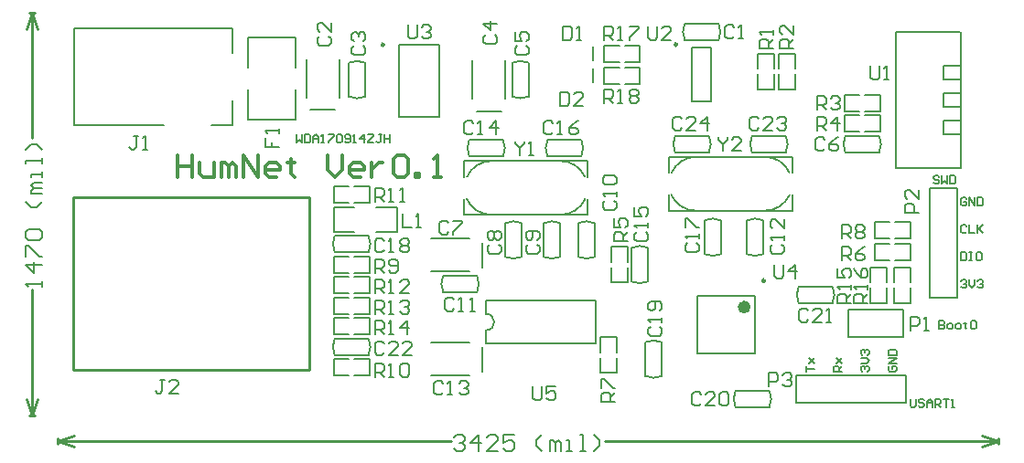
<source format=gto>
%FSLAX25Y25*%
%MOIN*%
G70*
G01*
G75*
%ADD10C,0.02000*%
%ADD11R,0.04331X0.03937*%
%ADD12R,0.05118X0.05906*%
%ADD13R,0.09843X0.07087*%
%ADD14R,0.03937X0.04331*%
%ADD15R,0.07087X0.09843*%
%ADD16R,0.14173X0.09843*%
%ADD17R,0.06000X0.06000*%
%ADD18O,0.08661X0.02362*%
%ADD19R,0.06102X0.13583*%
%ADD20R,0.06102X0.04331*%
%ADD21R,0.06102X0.04331*%
%ADD22O,0.08268X0.01181*%
%ADD23O,0.01181X0.08268*%
%ADD24R,0.01496X0.08661*%
%ADD25O,0.17323X0.05906*%
%ADD26C,0.01500*%
%ADD27C,0.01000*%
%ADD28C,0.00800*%
%ADD29C,0.05000*%
%ADD30C,0.05118*%
%ADD31R,0.05906X0.05906*%
%ADD32C,0.05906*%
%ADD33O,0.17716X0.07874*%
%ADD34O,0.07874X0.17716*%
%ADD35C,0.05906*%
%ADD36C,0.06000*%
%ADD37C,0.06693*%
%ADD38R,0.05906X0.05906*%
%ADD39C,0.05000*%
%ADD40C,0.04000*%
%ADD41C,0.00787*%
%ADD42C,0.00984*%
%ADD43C,0.02362*%
%ADD44C,0.00600*%
%ADD45C,0.01200*%
D27*
X116500Y432496D02*
X202500D01*
X116500Y369504D02*
X202500D01*
Y401000D02*
Y432496D01*
Y369504D02*
Y401000D01*
X116500Y369504D02*
Y401000D01*
Y432496D01*
X101500Y353000D02*
Y398908D01*
Y454092D02*
Y500000D01*
X99500Y359000D02*
X101500Y353000D01*
X103500Y359000D01*
X99500Y494000D02*
X101500Y500000D01*
X103500Y494000D01*
X100500Y353000D02*
X102500D01*
X100500Y500000D02*
X102500D01*
X111000Y343500D02*
X254159D01*
X310341D02*
X453500D01*
X111000D02*
X117000Y345500D01*
X111000Y343500D02*
X117000Y341500D01*
X447500Y345500D02*
X453500Y343500D01*
X447500Y341500D02*
X453500Y343500D01*
X111000Y342500D02*
Y344500D01*
X453500Y342500D02*
Y344500D01*
D28*
X266921Y384000D02*
G03*
X266921Y390000I0J3000D01*
G01*
X426000Y443157D02*
X439622D01*
X416157D02*
X426000D01*
Y492842D02*
X439622D01*
X439780Y443157D02*
Y483000D01*
Y492842D01*
X416157Y443157D02*
Y483000D01*
Y492842D01*
X426000D01*
X433500Y455500D02*
X439780D01*
X433500D02*
Y460500D01*
X439780D01*
X433500Y465500D02*
X439780D01*
X433500D02*
Y470500D01*
X439780D01*
X433500Y475500D02*
X439780D01*
X433500D02*
Y480500D01*
X439780D01*
X266921Y379126D02*
Y384000D01*
Y390000D02*
Y394874D01*
X407000Y480498D02*
Y476333D01*
X407833Y475500D01*
X409499D01*
X410332Y476333D01*
Y480498D01*
X411998Y475500D02*
X413664D01*
X412831D01*
Y480498D01*
X411998Y479665D01*
X396500Y409500D02*
Y414498D01*
X398999D01*
X399832Y413665D01*
Y411999D01*
X398999Y411166D01*
X396500D01*
X398166D02*
X399832Y409500D01*
X404831Y414498D02*
X403164Y413665D01*
X401498Y411999D01*
Y410333D01*
X402331Y409500D01*
X403998D01*
X404831Y410333D01*
Y411166D01*
X403998Y411999D01*
X401498D01*
X396500Y417500D02*
Y422498D01*
X398999D01*
X399832Y421665D01*
Y419999D01*
X398999Y419166D01*
X396500D01*
X398166D02*
X399832Y417500D01*
X401498Y421665D02*
X402331Y422498D01*
X403998D01*
X404831Y421665D01*
Y420832D01*
X403998Y419999D01*
X404831Y419166D01*
Y418333D01*
X403998Y417500D01*
X402331D01*
X401498Y418333D01*
Y419166D01*
X402331Y419999D01*
X401498Y420832D01*
Y421665D01*
X402331Y419999D02*
X403998D01*
X310000Y467000D02*
Y471998D01*
X312499D01*
X313332Y471165D01*
Y469499D01*
X312499Y468666D01*
X310000D01*
X311666D02*
X313332Y467000D01*
X314998D02*
X316665D01*
X315831D01*
Y471998D01*
X314998Y471165D01*
X319164D02*
X319997Y471998D01*
X321663D01*
X322496Y471165D01*
Y470332D01*
X321663Y469499D01*
X322496Y468666D01*
Y467833D01*
X321663Y467000D01*
X319997D01*
X319164Y467833D01*
Y468666D01*
X319997Y469499D01*
X319164Y470332D01*
Y471165D01*
X319997Y469499D02*
X321663D01*
X310000Y490000D02*
Y494998D01*
X312499D01*
X313332Y494165D01*
Y492499D01*
X312499Y491666D01*
X310000D01*
X311666D02*
X313332Y490000D01*
X314998D02*
X316665D01*
X315831D01*
Y494998D01*
X314998Y494165D01*
X319164Y494998D02*
X322496D01*
Y494165D01*
X319164Y490833D01*
Y490000D01*
X370000Y363500D02*
Y368498D01*
X372499D01*
X373332Y367665D01*
Y365999D01*
X372499Y365166D01*
X370000D01*
X374998Y367665D02*
X375831Y368498D01*
X377498D01*
X378331Y367665D01*
Y366832D01*
X377498Y365999D01*
X376664D01*
X377498D01*
X378331Y365166D01*
Y364333D01*
X377498Y363500D01*
X375831D01*
X374998Y364333D01*
X294000Y470998D02*
Y466000D01*
X296499D01*
X297332Y466833D01*
Y470165D01*
X296499Y470998D01*
X294000D01*
X302331Y466000D02*
X298998D01*
X302331Y469332D01*
Y470165D01*
X301498Y470998D01*
X299831D01*
X298998Y470165D01*
X295000Y494998D02*
Y490000D01*
X297499D01*
X298332Y490833D01*
Y494165D01*
X297499Y494998D01*
X295000D01*
X299998Y490000D02*
X301664D01*
X300831D01*
Y494998D01*
X299998Y494165D01*
X357332Y494665D02*
X356499Y495498D01*
X354833D01*
X354000Y494665D01*
Y491333D01*
X354833Y490500D01*
X356499D01*
X357332Y491333D01*
X358998Y490500D02*
X360665D01*
X359831D01*
Y495498D01*
X358998Y494665D01*
X206335Y491332D02*
X205502Y490499D01*
Y488833D01*
X206335Y488000D01*
X209667D01*
X210500Y488833D01*
Y490499D01*
X209667Y491332D01*
X210500Y496331D02*
Y492998D01*
X207168Y496331D01*
X206335D01*
X205502Y495498D01*
Y493831D01*
X206335Y492998D01*
X218835Y487832D02*
X218002Y486999D01*
Y485333D01*
X218835Y484500D01*
X222167D01*
X223000Y485333D01*
Y486999D01*
X222167Y487832D01*
X218835Y489498D02*
X218002Y490331D01*
Y491998D01*
X218835Y492831D01*
X219668D01*
X220501Y491998D01*
Y491164D01*
Y491998D01*
X221334Y492831D01*
X222167D01*
X223000Y491998D01*
Y490331D01*
X222167Y489498D01*
X266835Y491832D02*
X266002Y490999D01*
Y489333D01*
X266835Y488500D01*
X270167D01*
X271000Y489333D01*
Y490999D01*
X270167Y491832D01*
X271000Y495998D02*
X266002D01*
X268501Y493498D01*
Y496831D01*
X278335Y487832D02*
X277502Y486999D01*
Y485333D01*
X278335Y484500D01*
X281667D01*
X282500Y485333D01*
Y486999D01*
X281667Y487832D01*
X277502Y492831D02*
Y489498D01*
X280001D01*
X279168Y491164D01*
Y491998D01*
X280001Y492831D01*
X281667D01*
X282500Y491998D01*
Y490331D01*
X281667Y489498D01*
X390332Y453665D02*
X389499Y454498D01*
X387833D01*
X387000Y453665D01*
Y450333D01*
X387833Y449500D01*
X389499D01*
X390332Y450333D01*
X395331Y454498D02*
X393665Y453665D01*
X391998Y451999D01*
Y450333D01*
X392831Y449500D01*
X394498D01*
X395331Y450333D01*
Y451166D01*
X394498Y451999D01*
X391998D01*
X253332Y423165D02*
X252499Y423998D01*
X250833D01*
X250000Y423165D01*
Y419833D01*
X250833Y419000D01*
X252499D01*
X253332Y419833D01*
X254998Y423998D02*
X258331D01*
Y423165D01*
X254998Y419833D01*
Y419000D01*
X268335Y415332D02*
X267502Y414499D01*
Y412833D01*
X268335Y412000D01*
X271667D01*
X272500Y412833D01*
Y414499D01*
X271667Y415332D01*
X268335Y416998D02*
X267502Y417831D01*
Y419498D01*
X268335Y420331D01*
X269168D01*
X270001Y419498D01*
X270834Y420331D01*
X271667D01*
X272500Y419498D01*
Y417831D01*
X271667Y416998D01*
X270834D01*
X270001Y417831D01*
X269168Y416998D01*
X268335D01*
X270001Y417831D02*
Y419498D01*
X282335Y415332D02*
X281502Y414499D01*
Y412833D01*
X282335Y412000D01*
X285667D01*
X286500Y412833D01*
Y414499D01*
X285667Y415332D01*
Y416998D02*
X286500Y417831D01*
Y419498D01*
X285667Y420331D01*
X282335D01*
X281502Y419498D01*
Y417831D01*
X282335Y416998D01*
X283168D01*
X284001Y417831D01*
Y420331D01*
X310335Y431332D02*
X309502Y430499D01*
Y428833D01*
X310335Y428000D01*
X313667D01*
X314500Y428833D01*
Y430499D01*
X313667Y431332D01*
X314500Y432998D02*
Y434664D01*
Y433831D01*
X309502D01*
X310335Y432998D01*
Y437164D02*
X309502Y437997D01*
Y439663D01*
X310335Y440496D01*
X313667D01*
X314500Y439663D01*
Y437997D01*
X313667Y437164D01*
X310335D01*
X255332Y395165D02*
X254499Y395998D01*
X252833D01*
X252000Y395165D01*
Y391833D01*
X252833Y391000D01*
X254499D01*
X255332Y391833D01*
X256998Y391000D02*
X258664D01*
X257831D01*
Y395998D01*
X256998Y395165D01*
X261164Y391000D02*
X262830D01*
X261997D01*
Y395998D01*
X261164Y395165D01*
X371335Y415332D02*
X370502Y414499D01*
Y412833D01*
X371335Y412000D01*
X374667D01*
X375500Y412833D01*
Y414499D01*
X374667Y415332D01*
X375500Y416998D02*
Y418665D01*
Y417831D01*
X370502D01*
X371335Y416998D01*
X375500Y424496D02*
Y421164D01*
X372168Y424496D01*
X371335D01*
X370502Y423663D01*
Y421997D01*
X371335Y421164D01*
X251332Y364665D02*
X250499Y365498D01*
X248833D01*
X248000Y364665D01*
Y361333D01*
X248833Y360500D01*
X250499D01*
X251332Y361333D01*
X252998Y360500D02*
X254664D01*
X253831D01*
Y365498D01*
X252998Y364665D01*
X257164D02*
X257997Y365498D01*
X259663D01*
X260496Y364665D01*
Y363832D01*
X259663Y362999D01*
X258830D01*
X259663D01*
X260496Y362166D01*
Y361333D01*
X259663Y360500D01*
X257997D01*
X257164Y361333D01*
X262332Y459665D02*
X261499Y460498D01*
X259833D01*
X259000Y459665D01*
Y456333D01*
X259833Y455500D01*
X261499D01*
X262332Y456333D01*
X263998Y455500D02*
X265665D01*
X264831D01*
Y460498D01*
X263998Y459665D01*
X270663Y455500D02*
Y460498D01*
X268164Y457999D01*
X271496D01*
X321835Y419832D02*
X321002Y418999D01*
Y417333D01*
X321835Y416500D01*
X325167D01*
X326000Y417333D01*
Y418999D01*
X325167Y419832D01*
X326000Y421498D02*
Y423165D01*
Y422331D01*
X321002D01*
X321835Y421498D01*
X321002Y428996D02*
Y425664D01*
X323501D01*
X322668Y427330D01*
Y428163D01*
X323501Y428996D01*
X325167D01*
X326000Y428163D01*
Y426497D01*
X325167Y425664D01*
X291332Y459665D02*
X290499Y460498D01*
X288833D01*
X288000Y459665D01*
Y456333D01*
X288833Y455500D01*
X290499D01*
X291332Y456333D01*
X292998Y455500D02*
X294665D01*
X293831D01*
Y460498D01*
X292998Y459665D01*
X300496Y460498D02*
X298830Y459665D01*
X297164Y457999D01*
Y456333D01*
X297997Y455500D01*
X299663D01*
X300496Y456333D01*
Y457166D01*
X299663Y457999D01*
X297164D01*
X340335Y415832D02*
X339502Y414999D01*
Y413333D01*
X340335Y412500D01*
X343667D01*
X344500Y413333D01*
Y414999D01*
X343667Y415832D01*
X344500Y417498D02*
Y419165D01*
Y418331D01*
X339502D01*
X340335Y417498D01*
X339502Y421664D02*
Y424996D01*
X340335D01*
X343667Y421664D01*
X344500D01*
X229832Y416665D02*
X228999Y417498D01*
X227333D01*
X226500Y416665D01*
Y413333D01*
X227333Y412500D01*
X228999D01*
X229832Y413333D01*
X231498Y412500D02*
X233165D01*
X232331D01*
Y417498D01*
X231498Y416665D01*
X235664D02*
X236497Y417498D01*
X238163D01*
X238996Y416665D01*
Y415832D01*
X238163Y414999D01*
X238996Y414166D01*
Y413333D01*
X238163Y412500D01*
X236497D01*
X235664Y413333D01*
Y414166D01*
X236497Y414999D01*
X235664Y415832D01*
Y416665D01*
X236497Y414999D02*
X238163D01*
X326835Y385332D02*
X326002Y384499D01*
Y382833D01*
X326835Y382000D01*
X330167D01*
X331000Y382833D01*
Y384499D01*
X330167Y385332D01*
X331000Y386998D02*
Y388665D01*
Y387831D01*
X326002D01*
X326835Y386998D01*
X330167Y391164D02*
X331000Y391997D01*
Y393663D01*
X330167Y394496D01*
X326835D01*
X326002Y393663D01*
Y391997D01*
X326835Y391164D01*
X327668D01*
X328501Y391997D01*
Y394496D01*
X345332Y360634D02*
X344499Y361467D01*
X342833D01*
X342000Y360634D01*
Y357302D01*
X342833Y356469D01*
X344499D01*
X345332Y357302D01*
X350331Y356469D02*
X346998D01*
X350331Y359801D01*
Y360634D01*
X349498Y361467D01*
X347831D01*
X346998Y360634D01*
X351997D02*
X352830Y361467D01*
X354496D01*
X355329Y360634D01*
Y357302D01*
X354496Y356469D01*
X352830D01*
X351997Y357302D01*
Y360634D01*
X384332Y391165D02*
X383499Y391998D01*
X381833D01*
X381000Y391165D01*
Y387833D01*
X381833Y387000D01*
X383499D01*
X384332Y387833D01*
X389331Y387000D02*
X385998D01*
X389331Y390332D01*
Y391165D01*
X388498Y391998D01*
X386831D01*
X385998Y391165D01*
X390997Y387000D02*
X392663D01*
X391830D01*
Y391998D01*
X390997Y391165D01*
X229832Y379165D02*
X228999Y379998D01*
X227333D01*
X226500Y379165D01*
Y375833D01*
X227333Y375000D01*
X228999D01*
X229832Y375833D01*
X234831Y375000D02*
X231498D01*
X234831Y378332D01*
Y379165D01*
X233998Y379998D01*
X232331D01*
X231498Y379165D01*
X239829Y375000D02*
X236497D01*
X239829Y378332D01*
Y379165D01*
X238996Y379998D01*
X237330D01*
X236497Y379165D01*
X366332Y461165D02*
X365499Y461998D01*
X363833D01*
X363000Y461165D01*
Y457833D01*
X363833Y457000D01*
X365499D01*
X366332Y457833D01*
X371331Y457000D02*
X367998D01*
X371331Y460332D01*
Y461165D01*
X370498Y461998D01*
X368831D01*
X367998Y461165D01*
X372997D02*
X373830Y461998D01*
X375496D01*
X376329Y461165D01*
Y460332D01*
X375496Y459499D01*
X374663D01*
X375496D01*
X376329Y458666D01*
Y457833D01*
X375496Y457000D01*
X373830D01*
X372997Y457833D01*
X338332Y461165D02*
X337499Y461998D01*
X335833D01*
X335000Y461165D01*
Y457833D01*
X335833Y457000D01*
X337499D01*
X338332Y457833D01*
X343331Y457000D02*
X339998D01*
X343331Y460332D01*
Y461165D01*
X342498Y461998D01*
X340831D01*
X339998Y461165D01*
X347496Y457000D02*
Y461998D01*
X344997Y459499D01*
X348329D01*
X186502Y454332D02*
Y451000D01*
X189001D01*
Y452666D01*
Y451000D01*
X191500D01*
Y455998D02*
Y457664D01*
Y456831D01*
X186502D01*
X187335Y455998D01*
X140332Y454998D02*
X138666D01*
X139499D01*
Y450833D01*
X138666Y450000D01*
X137833D01*
X137000Y450833D01*
X141998Y450000D02*
X143665D01*
X142831D01*
Y454998D01*
X141998Y454165D01*
X149832Y365998D02*
X148166D01*
X148999D01*
Y361833D01*
X148166Y361000D01*
X147333D01*
X146500Y361833D01*
X154831Y361000D02*
X151498D01*
X154831Y364332D01*
Y365165D01*
X153998Y365998D01*
X152331D01*
X151498Y365165D01*
X236500Y426498D02*
Y421500D01*
X239832D01*
X241498D02*
X243164D01*
X242331D01*
Y426498D01*
X241498Y425665D01*
X421500Y384000D02*
Y388998D01*
X423999D01*
X424832Y388165D01*
Y386499D01*
X423999Y385666D01*
X421500D01*
X426498Y384000D02*
X428164D01*
X427331D01*
Y388998D01*
X426498Y388165D01*
X424500Y427000D02*
X419502D01*
Y429499D01*
X420335Y430332D01*
X422001D01*
X422834Y429499D01*
Y427000D01*
X424500Y435331D02*
Y431998D01*
X421168Y435331D01*
X420335D01*
X419502Y434498D01*
Y432831D01*
X420335Y431998D01*
X371500Y487000D02*
X366502D01*
Y489499D01*
X367335Y490332D01*
X369001D01*
X369834Y489499D01*
Y487000D01*
Y488666D02*
X371500Y490332D01*
Y491998D02*
Y493665D01*
Y492831D01*
X366502D01*
X367335Y491998D01*
X379000Y487000D02*
X374002D01*
Y489499D01*
X374835Y490332D01*
X376501D01*
X377334Y489499D01*
Y487000D01*
Y488666D02*
X379000Y490332D01*
Y495331D02*
Y491998D01*
X375668Y495331D01*
X374835D01*
X374002Y494498D01*
Y492831D01*
X374835Y491998D01*
X387500Y464500D02*
Y469498D01*
X389999D01*
X390832Y468665D01*
Y466999D01*
X389999Y466166D01*
X387500D01*
X389166D02*
X390832Y464500D01*
X392498Y468665D02*
X393331Y469498D01*
X394998D01*
X395831Y468665D01*
Y467832D01*
X394998Y466999D01*
X394164D01*
X394998D01*
X395831Y466166D01*
Y465333D01*
X394998Y464500D01*
X393331D01*
X392498Y465333D01*
X387500Y457000D02*
Y461998D01*
X389999D01*
X390832Y461165D01*
Y459499D01*
X389999Y458666D01*
X387500D01*
X389166D02*
X390832Y457000D01*
X394998D02*
Y461998D01*
X392498Y459499D01*
X395831D01*
X318500Y416500D02*
X313502D01*
Y418999D01*
X314335Y419832D01*
X316001D01*
X316834Y418999D01*
Y416500D01*
Y418166D02*
X318500Y419832D01*
X313502Y424831D02*
Y421498D01*
X316001D01*
X315168Y423165D01*
Y423998D01*
X316001Y424831D01*
X317667D01*
X318500Y423998D01*
Y422331D01*
X317667Y421498D01*
X314000Y358000D02*
X309002D01*
Y360499D01*
X309835Y361332D01*
X311501D01*
X312334Y360499D01*
Y358000D01*
Y359666D02*
X314000Y361332D01*
X309002Y362998D02*
Y366331D01*
X309835D01*
X313167Y362998D01*
X314000D01*
X226500Y405000D02*
Y409998D01*
X228999D01*
X229832Y409165D01*
Y407499D01*
X228999Y406666D01*
X226500D01*
X228166D02*
X229832Y405000D01*
X231498Y405833D02*
X232331Y405000D01*
X233998D01*
X234831Y405833D01*
Y409165D01*
X233998Y409998D01*
X232331D01*
X231498Y409165D01*
Y408332D01*
X232331Y407499D01*
X234831D01*
X226500Y367000D02*
Y371998D01*
X228999D01*
X229832Y371165D01*
Y369499D01*
X228999Y368666D01*
X226500D01*
X228166D02*
X229832Y367000D01*
X231498D02*
X233165D01*
X232331D01*
Y371998D01*
X231498Y371165D01*
X235664D02*
X236497Y371998D01*
X238163D01*
X238996Y371165D01*
Y367833D01*
X238163Y367000D01*
X236497D01*
X235664Y367833D01*
Y371165D01*
X226500Y431000D02*
Y435998D01*
X228999D01*
X229832Y435165D01*
Y433499D01*
X228999Y432666D01*
X226500D01*
X228166D02*
X229832Y431000D01*
X231498D02*
X233165D01*
X232331D01*
Y435998D01*
X231498Y435165D01*
X235664Y431000D02*
X237330D01*
X236497D01*
Y435998D01*
X235664Y435165D01*
X226500Y397500D02*
Y402498D01*
X228999D01*
X229832Y401665D01*
Y399999D01*
X228999Y399166D01*
X226500D01*
X228166D02*
X229832Y397500D01*
X231498D02*
X233165D01*
X232331D01*
Y402498D01*
X231498Y401665D01*
X238996Y397500D02*
X235664D01*
X238996Y400832D01*
Y401665D01*
X238163Y402498D01*
X236497D01*
X235664Y401665D01*
X226500Y390000D02*
Y394998D01*
X228999D01*
X229832Y394165D01*
Y392499D01*
X228999Y391666D01*
X226500D01*
X228166D02*
X229832Y390000D01*
X231498D02*
X233165D01*
X232331D01*
Y394998D01*
X231498Y394165D01*
X235664D02*
X236497Y394998D01*
X238163D01*
X238996Y394165D01*
Y393332D01*
X238163Y392499D01*
X237330D01*
X238163D01*
X238996Y391666D01*
Y390833D01*
X238163Y390000D01*
X236497D01*
X235664Y390833D01*
X226500Y382500D02*
Y387498D01*
X228999D01*
X229832Y386665D01*
Y384999D01*
X228999Y384166D01*
X226500D01*
X228166D02*
X229832Y382500D01*
X231498D02*
X233165D01*
X232331D01*
Y387498D01*
X231498Y386665D01*
X238163Y382500D02*
Y387498D01*
X235664Y384999D01*
X238996D01*
X400000Y394000D02*
X395002D01*
Y396499D01*
X395835Y397332D01*
X397501D01*
X398334Y396499D01*
Y394000D01*
Y395666D02*
X400000Y397332D01*
Y398998D02*
Y400665D01*
Y399831D01*
X395002D01*
X395835Y398998D01*
X395002Y406496D02*
Y403164D01*
X397501D01*
X396668Y404830D01*
Y405663D01*
X397501Y406496D01*
X399167D01*
X400000Y405663D01*
Y403997D01*
X399167Y403164D01*
X406000Y394000D02*
X401002D01*
Y396499D01*
X401835Y397332D01*
X403501D01*
X404334Y396499D01*
Y394000D01*
Y395666D02*
X406000Y397332D01*
Y398998D02*
Y400665D01*
Y399831D01*
X401002D01*
X401835Y398998D01*
X401002Y406496D02*
X401835Y404830D01*
X403501Y403164D01*
X405167D01*
X406000Y403997D01*
Y405663D01*
X405167Y406496D01*
X404334D01*
X403501Y405663D01*
Y403164D01*
X326000Y494998D02*
Y490833D01*
X326833Y490000D01*
X328499D01*
X329332Y490833D01*
Y494998D01*
X334331Y490000D02*
X330998D01*
X334331Y493332D01*
Y494165D01*
X333498Y494998D01*
X331831D01*
X330998Y494165D01*
X238500Y495498D02*
Y491333D01*
X239333Y490500D01*
X240999D01*
X241832Y491333D01*
Y495498D01*
X243498Y494665D02*
X244331Y495498D01*
X245998D01*
X246831Y494665D01*
Y493832D01*
X245998Y492999D01*
X245164D01*
X245998D01*
X246831Y492166D01*
Y491333D01*
X245998Y490500D01*
X244331D01*
X243498Y491333D01*
X372000Y407998D02*
Y403833D01*
X372833Y403000D01*
X374499D01*
X375332Y403833D01*
Y407998D01*
X379498Y403000D02*
Y407998D01*
X376998Y405499D01*
X380331D01*
X284000Y363498D02*
Y359333D01*
X284833Y358500D01*
X286499D01*
X287332Y359333D01*
Y363498D01*
X292331D02*
X288998D01*
Y360999D01*
X290665Y361832D01*
X291498D01*
X292331Y360999D01*
Y359333D01*
X291498Y358500D01*
X289831D01*
X288998Y359333D01*
X277500Y452998D02*
Y452165D01*
X279166Y450499D01*
X280832Y452165D01*
Y452998D01*
X279166Y450499D02*
Y448000D01*
X282498D02*
X284165D01*
X283331D01*
Y452998D01*
X282498Y452165D01*
X351500Y454498D02*
Y453665D01*
X353166Y451999D01*
X354832Y453665D01*
Y454498D01*
X353166Y451999D02*
Y449500D01*
X359831D02*
X356498D01*
X359831Y452832D01*
Y453665D01*
X358998Y454498D01*
X357331D01*
X356498Y453665D01*
D41*
X339303Y495864D02*
G03*
X339303Y490136I6387J-2864D01*
G01*
X351697Y490136D02*
G03*
X351697Y495864I-6387J2864D01*
G01*
X222864Y481697D02*
G03*
X217136Y481697I-2864J-6387D01*
G01*
X217136Y469303D02*
G03*
X222864Y469303I2864J6387D01*
G01*
X282364Y481697D02*
G03*
X276636Y481697I-2864J-6387D01*
G01*
X276636Y469303D02*
G03*
X282364Y469303I2864J6387D01*
G01*
X410197Y449136D02*
G03*
X410197Y454864I-6387J2864D01*
G01*
X397803Y454864D02*
G03*
X397803Y449136I6387J-2864D01*
G01*
X279864Y423197D02*
G03*
X274136Y423197I-2864J-6387D01*
G01*
X274136Y410803D02*
G03*
X279864Y410803I2864J6387D01*
G01*
X293864Y423197D02*
G03*
X288136Y423197I-2864J-6387D01*
G01*
X288136Y410803D02*
G03*
X293864Y410803I2864J6387D01*
G01*
X306364Y423197D02*
G03*
X300636Y423197I-2864J-6387D01*
G01*
X300636Y410803D02*
G03*
X306364Y410803I2864J6387D01*
G01*
X251303Y403864D02*
G03*
X251303Y398136I6387J-2864D01*
G01*
X263697Y398136D02*
G03*
X263697Y403864I-6387J2864D01*
G01*
X367864Y424197D02*
G03*
X362136Y424197I-2864J-6387D01*
G01*
X362136Y411803D02*
G03*
X367864Y411803I2864J6387D01*
G01*
X273197Y447636D02*
G03*
X273197Y453364I-6387J2864D01*
G01*
X260803Y453364D02*
G03*
X260803Y447636I6387J-2864D01*
G01*
X325864Y414197D02*
G03*
X320136Y414197I-2864J-6387D01*
G01*
X320136Y401803D02*
G03*
X325864Y401803I2864J6387D01*
G01*
X301697Y447636D02*
G03*
X301697Y453364I-6387J2864D01*
G01*
X289303Y453364D02*
G03*
X289303Y447636I6387J-2864D01*
G01*
X352364Y424197D02*
G03*
X346636Y424197I-2864J-6387D01*
G01*
X346636Y411803D02*
G03*
X352364Y411803I2864J6387D01*
G01*
X211803Y418364D02*
G03*
X211803Y412636I6387J-2864D01*
G01*
X224197Y412636D02*
G03*
X224197Y418364I-6387J2864D01*
G01*
X330864Y379697D02*
G03*
X325136Y379697I-2864J-6387D01*
G01*
X325136Y367303D02*
G03*
X330864Y367303I2864J6387D01*
G01*
X357803Y361864D02*
G03*
X357803Y356136I6387J-2864D01*
G01*
X370197Y356136D02*
G03*
X370197Y361864I-6387J2864D01*
G01*
X393197Y394136D02*
G03*
X393197Y399864I-6387J2864D01*
G01*
X380803Y399864D02*
G03*
X380803Y394136I6387J-2864D01*
G01*
X211803Y380864D02*
G03*
X211803Y375136I6387J-2864D01*
G01*
X224197Y375136D02*
G03*
X224197Y380864I-6387J2864D01*
G01*
X363803Y454864D02*
G03*
X363803Y449136I6387J-2864D01*
G01*
X376197Y449136D02*
G03*
X376197Y454864I-6387J2864D01*
G01*
X335803D02*
G03*
X335803Y449136I6387J-2864D01*
G01*
X348197Y449136D02*
G03*
X348197Y454864I-6387J2864D01*
G01*
X259925Y431966D02*
G03*
X269000Y426175I8970J4051D01*
G01*
X294001Y426209D02*
G03*
X303062Y431972I104J9842D01*
G01*
X269000Y445843D02*
G03*
X260006Y439997I0J-9843D01*
G01*
X303000Y440000D02*
G03*
X294006Y445845I-8994J-3997D01*
G01*
X334425Y433466D02*
G03*
X343500Y427675I8970J4051D01*
G01*
X368501Y427709D02*
G03*
X377562Y433472I104J9842D01*
G01*
X343500Y447342D02*
G03*
X334506Y441497I0J-9843D01*
G01*
X377500Y441500D02*
G03*
X368506Y447345I-8994J-3997D01*
G01*
X408500Y415500D02*
X414000D01*
X408500Y409500D02*
Y415500D01*
Y409500D02*
X414000D01*
X416000Y415500D02*
X421500D01*
Y409500D02*
Y415500D01*
X416000Y409500D02*
X421500D01*
X408500Y423500D02*
X414000D01*
X408500Y417500D02*
Y423500D01*
Y417500D02*
X414000D01*
X416000Y423500D02*
X421500D01*
Y417500D02*
Y423500D01*
X416000Y417500D02*
X421500D01*
X317500Y474000D02*
X323000D01*
Y480000D01*
X317500D02*
X323000D01*
X310000Y474000D02*
X315500D01*
X310000D02*
Y480000D01*
X315500D01*
X317500Y482000D02*
X323000D01*
Y488000D01*
X317500D02*
X323000D01*
X310000Y482000D02*
X315500D01*
X310000D02*
Y488000D01*
X315500D01*
X380000Y357500D02*
Y367500D01*
X420000D01*
X380000Y357500D02*
X420000D01*
Y367500D01*
X306000Y474500D02*
Y479500D01*
Y482500D02*
Y487500D01*
X339303Y490000D02*
X351697D01*
X339303Y496000D02*
X351697D01*
X201500Y469000D02*
Y483000D01*
X213500Y469012D02*
Y483000D01*
X203000Y464500D02*
X212000D01*
X217000Y469303D02*
Y481697D01*
X223000Y469303D02*
Y481697D01*
X262000Y468500D02*
Y482500D01*
X274000Y468512D02*
Y482500D01*
X263500Y464000D02*
X272500D01*
X276500Y469303D02*
Y481697D01*
X282500Y469303D02*
Y481697D01*
X397803Y455000D02*
X410197D01*
X397803Y449000D02*
X410197D01*
X247000Y405500D02*
X261000D01*
X247000Y417500D02*
X260988D01*
X265500Y407000D02*
Y416000D01*
X274000Y410803D02*
Y423197D01*
X280000Y410803D02*
Y423197D01*
X288000Y410803D02*
Y423197D01*
X294000Y410803D02*
Y423197D01*
X300500Y410803D02*
Y423197D01*
X306500Y410803D02*
Y423197D01*
X251303Y398000D02*
X263697D01*
X251303Y404000D02*
X263697D01*
X362000Y411803D02*
Y424197D01*
X368000Y411803D02*
Y424197D01*
X247000Y367500D02*
X261000D01*
X247000Y379500D02*
X260988D01*
X265500Y369000D02*
Y378000D01*
X260803Y453500D02*
X273197D01*
X260803Y447500D02*
X273197D01*
X320000Y401803D02*
Y414197D01*
X326000Y401803D02*
Y414197D01*
X289303Y453500D02*
X301697D01*
X289303Y447500D02*
X301697D01*
X346500Y411803D02*
Y424197D01*
X352500Y411803D02*
Y424197D01*
X211803Y412500D02*
X224197D01*
X211803Y418500D02*
X224197D01*
X325000Y367303D02*
Y379697D01*
X331000Y367303D02*
Y379697D01*
X357803Y356000D02*
X370197D01*
X357803Y362000D02*
X370197D01*
X380803Y400000D02*
X393197D01*
X380803Y394000D02*
X393197D01*
X211803Y375000D02*
X224197D01*
X211803Y381000D02*
X224197D01*
X363803Y449000D02*
X376197D01*
X363803Y455000D02*
X376197D01*
X335803Y449000D02*
X348197D01*
X335803Y455000D02*
X348197D01*
X180339Y461000D02*
X197661D01*
X180339Y491000D02*
X197661D01*
Y480000D02*
Y491000D01*
Y461000D02*
Y472000D01*
X180339Y480000D02*
Y491000D01*
Y461000D02*
Y472000D01*
X117000Y458783D02*
X149677D01*
X167000D02*
X174480D01*
Y467839D01*
X117000Y458783D02*
Y494217D01*
X174480D01*
X174480Y485161D01*
X234500Y420000D02*
Y429000D01*
X211500Y420000D02*
Y429000D01*
X227000D02*
X234500D01*
X227000Y420000D02*
X234500D01*
X211500D02*
X219000D01*
X211500Y429000D02*
X219000D01*
X419000Y381500D02*
Y391500D01*
X399000Y381500D02*
X419000D01*
X399000D02*
Y391500D01*
X419000D01*
X428500Y396000D02*
X438500D01*
X428500D02*
Y436000D01*
X438500Y396000D02*
Y436000D01*
X428500D02*
X438500D01*
X366000Y472000D02*
Y477500D01*
Y472000D02*
X372000D01*
Y477500D01*
X366000Y479500D02*
Y485000D01*
X372000D01*
Y479500D02*
Y485000D01*
X379500Y479500D02*
Y485000D01*
X373500D02*
X379500D01*
X373500Y479500D02*
Y485000D01*
X379500Y472000D02*
Y477500D01*
X373500Y472000D02*
X379500D01*
X373500D02*
Y477500D01*
X405000Y464000D02*
X410500D01*
Y470000D01*
X405000D02*
X410500D01*
X397500Y464000D02*
X403000D01*
X397500D02*
Y470000D01*
X403000D01*
X397500Y462500D02*
X403000D01*
X397500Y456500D02*
Y462500D01*
Y456500D02*
X403000D01*
X405000Y462500D02*
X410500D01*
Y456500D02*
Y462500D01*
X405000Y456500D02*
X410500D01*
X312500Y401500D02*
Y407000D01*
Y401500D02*
X318500D01*
Y407000D01*
X312500Y409000D02*
Y414500D01*
X318500D01*
Y409000D02*
Y414500D01*
X308500Y368500D02*
Y374000D01*
Y368500D02*
X314500D01*
Y374000D01*
X308500Y376000D02*
Y381500D01*
X314500D01*
Y376000D02*
Y381500D01*
X211500Y411000D02*
X217000D01*
X211500Y405000D02*
Y411000D01*
Y405000D02*
X217000D01*
X219000Y411000D02*
X224500D01*
Y405000D02*
Y411000D01*
X219000Y405000D02*
X224500D01*
X219000Y367500D02*
X224500D01*
Y373500D01*
X219000D02*
X224500D01*
X211500Y367500D02*
X217000D01*
X211500D02*
Y373500D01*
X217000D01*
X211500Y436500D02*
X217000D01*
X211500Y430500D02*
Y436500D01*
Y430500D02*
X217000D01*
X219000Y436500D02*
X224500D01*
Y430500D02*
Y436500D01*
X219000Y430500D02*
X224500D01*
X219000Y397500D02*
X224500D01*
Y403500D01*
X219000D02*
X224500D01*
X211500Y397500D02*
X217000D01*
X211500D02*
Y403500D01*
X217000D01*
X211500Y396000D02*
X217000D01*
X211500Y390000D02*
Y396000D01*
Y390000D02*
X217000D01*
X219000Y396000D02*
X224500D01*
Y390000D02*
Y396000D01*
X219000Y390000D02*
X224500D01*
X219000Y382500D02*
X224500D01*
Y388500D01*
X219000D02*
X224500D01*
X211500Y382500D02*
X217000D01*
X211500D02*
Y388500D01*
X217000D01*
X413000Y401500D02*
Y407000D01*
X407000D02*
X413000D01*
X407000Y401500D02*
Y407000D01*
X413000Y394000D02*
Y399500D01*
X407000Y394000D02*
X413000D01*
X407000D02*
Y399500D01*
X415500Y394000D02*
Y399500D01*
Y394000D02*
X421500D01*
Y399500D01*
X415500Y401500D02*
Y407000D01*
X421500D01*
Y401500D02*
Y407000D01*
X341957Y467658D02*
X349043D01*
X341957Y487343D02*
X349043D01*
Y467658D02*
Y487343D01*
X341957Y467658D02*
Y487343D01*
X235217Y488189D02*
X249783D01*
X235217Y461811D02*
Y488189D01*
Y461811D02*
X249783D01*
Y488189D01*
X344067Y375567D02*
Y396433D01*
X364933Y375567D02*
Y396433D01*
X344067Y375567D02*
X364933D01*
X344067Y396433D02*
X364933D01*
X307079Y379126D02*
Y394874D01*
X266921D02*
X307079D01*
X266921Y379126D02*
X307079D01*
X258987Y445839D02*
X303939D01*
X258987Y426140D02*
X303939D01*
Y440000D02*
Y445826D01*
Y426140D02*
Y432000D01*
X258987Y440000D02*
Y445826D01*
Y426140D02*
Y432000D01*
X333487Y447339D02*
X378439D01*
X333487Y427640D02*
X378439D01*
Y441500D02*
Y447326D01*
Y427640D02*
Y433500D01*
X333487Y441500D02*
Y447326D01*
Y427640D02*
Y433500D01*
D42*
X336543Y488346D02*
G03*
X336543Y488346I-492J0D01*
G01*
X229792Y488292D02*
G03*
X229792Y488292I-492J0D01*
G01*
X368575Y402142D02*
G03*
X368575Y402142I-492J0D01*
G01*
D43*
X362177Y392496D02*
G03*
X362177Y392496I-1181J0D01*
G01*
D44*
X432000Y387499D02*
Y384500D01*
X433499D01*
X433999Y385000D01*
Y385500D01*
X433499Y385999D01*
X432000D01*
X433499D01*
X433999Y386499D01*
Y386999D01*
X433499Y387499D01*
X432000D01*
X435499Y384500D02*
X436498D01*
X436998Y385000D01*
Y385999D01*
X436498Y386499D01*
X435499D01*
X434999Y385999D01*
Y385000D01*
X435499Y384500D01*
X438498D02*
X439498D01*
X439997Y385000D01*
Y385999D01*
X439498Y386499D01*
X438498D01*
X437998Y385999D01*
Y385000D01*
X438498Y384500D01*
X441497Y386999D02*
Y386499D01*
X440997D01*
X441997D01*
X441497D01*
Y385000D01*
X441997Y384500D01*
X443496Y386999D02*
X443996Y387499D01*
X444996D01*
X445496Y386999D01*
Y385000D01*
X444996Y384500D01*
X443996D01*
X443496Y385000D01*
Y386999D01*
X421500Y358999D02*
Y356500D01*
X422000Y356000D01*
X422999D01*
X423499Y356500D01*
Y358999D01*
X426498Y358499D02*
X425998Y358999D01*
X424999D01*
X424499Y358499D01*
Y357999D01*
X424999Y357500D01*
X425998D01*
X426498Y357000D01*
Y356500D01*
X425998Y356000D01*
X424999D01*
X424499Y356500D01*
X427498Y356000D02*
Y357999D01*
X428498Y358999D01*
X429497Y357999D01*
Y356000D01*
Y357500D01*
X427498D01*
X430497Y356000D02*
Y358999D01*
X431997D01*
X432496Y358499D01*
Y357500D01*
X431997Y357000D01*
X430497D01*
X431497D02*
X432496Y356000D01*
X433496Y358999D02*
X435496D01*
X434496D01*
Y356000D01*
X436495D02*
X437495D01*
X436995D01*
Y358999D01*
X436495Y358499D01*
X431999Y439999D02*
X431499Y440499D01*
X430500D01*
X430000Y439999D01*
Y439499D01*
X430500Y439000D01*
X431499D01*
X431999Y438500D01*
Y438000D01*
X431499Y437500D01*
X430500D01*
X430000Y438000D01*
X432999Y440499D02*
Y437500D01*
X433999Y438500D01*
X434998Y437500D01*
Y440499D01*
X435998D02*
Y437500D01*
X437498D01*
X437997Y438000D01*
Y439999D01*
X437498Y440499D01*
X435998D01*
X440000Y401999D02*
X440500Y402499D01*
X441500D01*
X441999Y401999D01*
Y401499D01*
X441500Y400999D01*
X441000D01*
X441500D01*
X441999Y400500D01*
Y400000D01*
X441500Y399500D01*
X440500D01*
X440000Y400000D01*
X442999Y402499D02*
Y400500D01*
X443999Y399500D01*
X444998Y400500D01*
Y402499D01*
X445998Y401999D02*
X446498Y402499D01*
X447498D01*
X447997Y401999D01*
Y401499D01*
X447498Y400999D01*
X446998D01*
X447498D01*
X447997Y400500D01*
Y400000D01*
X447498Y399500D01*
X446498D01*
X445998Y400000D01*
X440000Y412499D02*
Y409500D01*
X441500D01*
X441999Y410000D01*
Y411999D01*
X441500Y412499D01*
X440000D01*
X442999D02*
X443999D01*
X443499D01*
Y409500D01*
X442999D01*
X443999D01*
X446998Y412499D02*
X445998D01*
X445498Y411999D01*
Y410000D01*
X445998Y409500D01*
X446998D01*
X447498Y410000D01*
Y411999D01*
X446998Y412499D01*
X441999Y421999D02*
X441500Y422499D01*
X440500D01*
X440000Y421999D01*
Y420000D01*
X440500Y419500D01*
X441500D01*
X441999Y420000D01*
X442999Y422499D02*
Y419500D01*
X444998D01*
X445998Y422499D02*
Y419500D01*
Y420500D01*
X447997Y422499D01*
X446498Y420999D01*
X447997Y419500D01*
X441999Y431999D02*
X441500Y432499D01*
X440500D01*
X440000Y431999D01*
Y430000D01*
X440500Y429500D01*
X441500D01*
X441999Y430000D01*
Y431000D01*
X441000D01*
X442999Y429500D02*
Y432499D01*
X444998Y429500D01*
Y432499D01*
X445998D02*
Y429500D01*
X447498D01*
X447997Y430000D01*
Y431999D01*
X447498Y432499D01*
X445998D01*
X414001Y370999D02*
X413501Y370499D01*
Y369500D01*
X414001Y369000D01*
X416000D01*
X416500Y369500D01*
Y370499D01*
X416000Y370999D01*
X415000D01*
Y370000D01*
X416500Y371999D02*
X413501D01*
X416500Y373998D01*
X413501D01*
Y374998D02*
X416500D01*
Y376498D01*
X416000Y376997D01*
X414001D01*
X413501Y376498D01*
Y374998D01*
X404001Y369000D02*
X403501Y369500D01*
Y370499D01*
X404001Y370999D01*
X404501D01*
X405000Y370499D01*
Y370000D01*
Y370499D01*
X405500Y370999D01*
X406000D01*
X406500Y370499D01*
Y369500D01*
X406000Y369000D01*
X403501Y371999D02*
X405500D01*
X406500Y372999D01*
X405500Y373998D01*
X403501D01*
X404001Y374998D02*
X403501Y375498D01*
Y376498D01*
X404001Y376997D01*
X404501D01*
X405000Y376498D01*
Y375998D01*
Y376498D01*
X405500Y376997D01*
X406000D01*
X406500Y376498D01*
Y375498D01*
X406000Y374998D01*
X396500Y369000D02*
X393501D01*
Y370499D01*
X394001Y370999D01*
X395001D01*
X395500Y370499D01*
Y369000D01*
Y370000D02*
X396500Y370999D01*
X394501Y371999D02*
X396500Y373998D01*
X395500Y372999D01*
X394501Y373998D01*
X396500Y371999D01*
X383501Y369000D02*
Y370999D01*
Y370000D01*
X386500D01*
X384501Y371999D02*
X386500Y373998D01*
X385500Y372999D01*
X384501Y373998D01*
X386500Y371999D01*
X198000Y455499D02*
Y452500D01*
X199000Y453500D01*
X199999Y452500D01*
Y455499D01*
X200999D02*
Y452500D01*
X202499D01*
X202998Y453000D01*
Y454999D01*
X202499Y455499D01*
X200999D01*
X203998Y452500D02*
Y454499D01*
X204998Y455499D01*
X205997Y454499D01*
Y452500D01*
Y454000D01*
X203998D01*
X206997Y452500D02*
X207997D01*
X207497D01*
Y455499D01*
X206997Y454999D01*
X209496Y455499D02*
X211496D01*
Y454999D01*
X209496Y453000D01*
Y452500D01*
X212495Y454999D02*
X212995Y455499D01*
X213995D01*
X214495Y454999D01*
Y453000D01*
X213995Y452500D01*
X212995D01*
X212495Y453000D01*
Y454999D01*
X215494Y453000D02*
X215994Y452500D01*
X216994D01*
X217494Y453000D01*
Y454999D01*
X216994Y455499D01*
X215994D01*
X215494Y454999D01*
Y454499D01*
X215994Y454000D01*
X217494D01*
X218493Y452500D02*
X219493D01*
X218993D01*
Y455499D01*
X218493Y454999D01*
X222492Y452500D02*
Y455499D01*
X220993Y454000D01*
X222992D01*
X223992Y455499D02*
X225991D01*
Y454999D01*
X223992Y453000D01*
Y452500D01*
X225991D01*
X228990Y455499D02*
X227990D01*
X228490D01*
Y453000D01*
X227990Y452500D01*
X227490D01*
X226991Y453000D01*
X229990Y455499D02*
Y452500D01*
Y454000D01*
X231989D01*
Y455499D01*
Y452500D01*
X105099Y399908D02*
Y401908D01*
Y400908D01*
X99101D01*
X100101Y399908D01*
X105099Y407906D02*
X99101D01*
X102100Y404907D01*
Y408906D01*
X99101Y410905D02*
Y414904D01*
X100101D01*
X104099Y410905D01*
X105099D01*
X100101Y416903D02*
X99101Y417903D01*
Y419902D01*
X100101Y420902D01*
X104099D01*
X105099Y419902D01*
Y417903D01*
X104099Y416903D01*
X100101D01*
X105099Y430898D02*
X103100Y428899D01*
X101100D01*
X99101Y430898D01*
X105099Y433897D02*
X101100D01*
Y434897D01*
X102100Y435897D01*
X105099D01*
X102100D01*
X101100Y436896D01*
X102100Y437896D01*
X105099D01*
Y439895D02*
Y441895D01*
Y440895D01*
X101100D01*
Y439895D01*
X105099Y444894D02*
Y446893D01*
Y445893D01*
X99101D01*
Y444894D01*
X105099Y449892D02*
X103100Y451892D01*
X101100D01*
X99101Y449892D01*
X255159Y344899D02*
X256158Y345899D01*
X258158D01*
X259157Y344899D01*
Y343900D01*
X258158Y342900D01*
X257158D01*
X258158D01*
X259157Y341900D01*
Y340901D01*
X258158Y339901D01*
X256158D01*
X255159Y340901D01*
X264156Y339901D02*
Y345899D01*
X261157Y342900D01*
X265155D01*
X271153Y339901D02*
X267155D01*
X271153Y343900D01*
Y344899D01*
X270154Y345899D01*
X268154D01*
X267155Y344899D01*
X277151Y345899D02*
X273153D01*
Y342900D01*
X275152Y343900D01*
X276152D01*
X277151Y342900D01*
Y340901D01*
X276152Y339901D01*
X274152D01*
X273153Y340901D01*
X287148Y339901D02*
X285149Y341900D01*
Y343900D01*
X287148Y345899D01*
X290147Y339901D02*
Y343900D01*
X291147D01*
X292147Y342900D01*
Y339901D01*
Y342900D01*
X293146Y343900D01*
X294146Y342900D01*
Y339901D01*
X296145D02*
X298145D01*
X297145D01*
Y343900D01*
X296145D01*
X301144Y339901D02*
X303143D01*
X302143D01*
Y345899D01*
X301144D01*
X306142Y339901D02*
X308141Y341900D01*
Y343900D01*
X306142Y345899D01*
D45*
X154500Y447997D02*
Y440000D01*
Y443999D01*
X159832D01*
Y447997D01*
Y440000D01*
X162497Y445332D02*
Y441333D01*
X163830Y440000D01*
X167829D01*
Y445332D01*
X170495Y440000D02*
Y445332D01*
X171828D01*
X173161Y443999D01*
Y440000D01*
Y443999D01*
X174494Y445332D01*
X175826Y443999D01*
Y440000D01*
X178492D02*
Y447997D01*
X183824Y440000D01*
Y447997D01*
X190488Y440000D02*
X187822D01*
X186490Y441333D01*
Y443999D01*
X187822Y445332D01*
X190488D01*
X191821Y443999D01*
Y442666D01*
X186490D01*
X195820Y446664D02*
Y445332D01*
X194487D01*
X197153D01*
X195820D01*
Y441333D01*
X197153Y440000D01*
X209149Y447997D02*
Y442666D01*
X211815Y440000D01*
X214481Y442666D01*
Y447997D01*
X221145Y440000D02*
X218479D01*
X217146Y441333D01*
Y443999D01*
X218479Y445332D01*
X221145D01*
X222478Y443999D01*
Y442666D01*
X217146D01*
X225144Y445332D02*
Y440000D01*
Y442666D01*
X226477Y443999D01*
X227810Y445332D01*
X229142D01*
X233141Y446664D02*
X234474Y447997D01*
X237140D01*
X238473Y446664D01*
Y441333D01*
X237140Y440000D01*
X234474D01*
X233141Y441333D01*
Y446664D01*
X241139Y440000D02*
Y441333D01*
X242472D01*
Y440000D01*
X241139D01*
X247803D02*
X250469D01*
X249136D01*
Y447997D01*
X247803Y446664D01*
M02*

</source>
